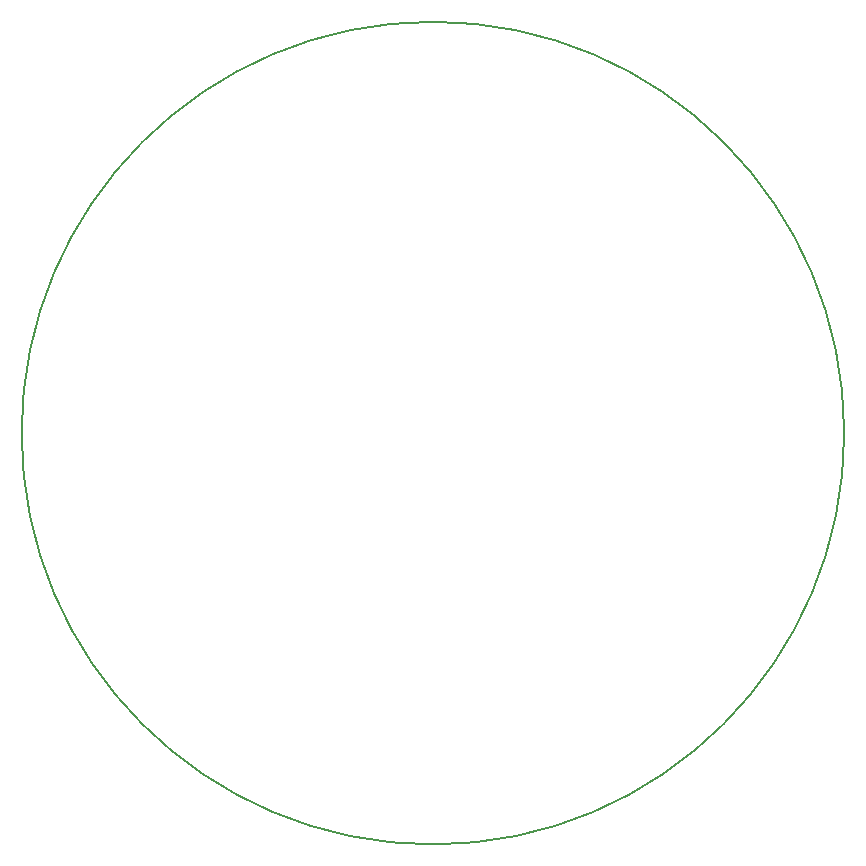
<source format=gm1>
G04 MADE WITH FRITZING*
G04 WWW.FRITZING.ORG*
G04 DOUBLE SIDED*
G04 HOLES PLATED*
G04 CONTOUR ON CENTER OF CONTOUR VECTOR*
%ASAXBY*%
%FSLAX23Y23*%
%MOIN*%
%OFA0B0*%
%SFA1.0B1.0*%
%ADD10C,2.749371*%
%ADD11C,0.006531*%
%ADD10C,0.008*%
%LNCONTOUR*%
G90*
G70*
G54D10*
G54D11*
G01X2753Y1375D02*
G75*
G03X2753Y1375I-1371J0D01*
G01*
G04 End of contour*
M02*
</source>
